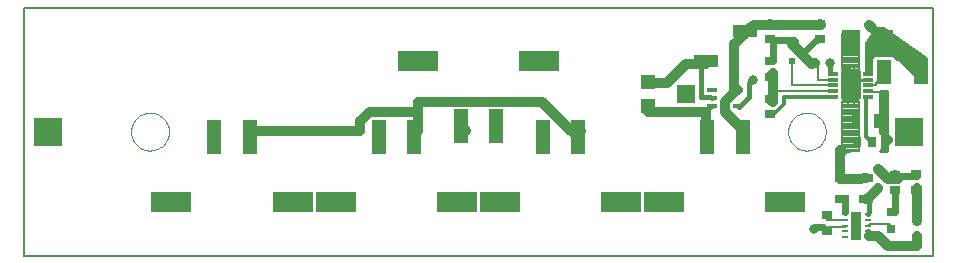
<source format=gtl>
G75*
G70*
%OFA0B0*%
%FSLAX24Y24*%
%IPPOS*%
%LPD*%
%AMOC8*
5,1,8,0,0,1.08239X$1,22.5*
%
%ADD10C,0.0080*%
%ADD11R,0.0315X0.0472*%
%ADD12R,0.0335X0.0117*%
%ADD13R,0.0650X0.0945*%
%ADD14R,0.0110X0.0276*%
%ADD15R,0.0354X0.0276*%
%ADD16R,0.0276X0.0354*%
%ADD17R,0.0630X0.0709*%
%ADD18R,0.0472X0.0787*%
%ADD19R,0.0472X0.0315*%
%ADD20R,0.0315X0.0315*%
%ADD21R,0.0945X0.0945*%
%ADD22C,0.0000*%
%ADD23R,0.1350X0.0650*%
%ADD24R,0.0500X0.1150*%
%ADD25R,0.0197X0.0098*%
%ADD26R,0.0331X0.0945*%
%ADD27R,0.0472X0.0472*%
%ADD28R,0.0591X0.0630*%
%ADD29R,0.0787X0.0394*%
%ADD30R,0.0354X0.0157*%
%ADD31C,0.0120*%
%ADD32C,0.0320*%
%ADD33C,0.0320*%
%ADD34C,0.0240*%
%ADD35C,0.0100*%
%ADD36R,0.0356X0.0356*%
%ADD37C,0.0160*%
%ADD38C,0.0240*%
D10*
X000140Y000149D02*
X000140Y008409D01*
X030439Y008409D01*
X030439Y000149D01*
X000140Y000149D01*
X006487Y004098D02*
X006540Y004149D01*
X007669Y004098D02*
X007740Y004149D01*
X011900Y004149D02*
X011962Y004098D01*
X011980Y004069D01*
X013100Y004149D02*
X013143Y004098D01*
X014700Y004389D02*
X014699Y004460D01*
X015880Y004460D02*
X015900Y004389D01*
X017420Y004069D02*
X017436Y004098D01*
X018540Y004149D02*
X018617Y004098D01*
X018620Y004149D01*
X022860Y004069D02*
X022911Y004098D01*
X022940Y004149D01*
X024060Y004149D02*
X024092Y004098D01*
X024140Y004069D01*
X027402Y004074D02*
X027972Y004074D01*
X027972Y004152D02*
X027402Y004152D01*
X027402Y004231D02*
X027972Y004231D01*
X027972Y004309D02*
X027402Y004309D01*
X027402Y004388D02*
X027972Y004388D01*
X027972Y004466D02*
X027402Y004466D01*
X027402Y004545D02*
X027972Y004545D01*
X027972Y004623D02*
X027402Y004623D01*
X027402Y004702D02*
X027972Y004702D01*
X027972Y004780D02*
X027402Y004780D01*
X027402Y004859D02*
X027972Y004859D01*
X027972Y004937D02*
X027402Y004937D01*
X027402Y005016D02*
X027972Y005016D01*
X027972Y005094D02*
X027402Y005094D01*
X027402Y005173D02*
X027972Y005173D01*
X027972Y005251D02*
X027402Y005251D01*
X027402Y005264D02*
X027439Y005301D01*
X027439Y006338D01*
X027402Y006374D01*
X027402Y007569D01*
X027972Y007569D01*
X027972Y006364D01*
X027946Y006338D01*
X027946Y006088D01*
X027972Y006062D01*
X027972Y005971D01*
X027946Y005944D01*
X027946Y005301D01*
X027972Y005274D01*
X027972Y003619D01*
X027402Y003609D01*
X027402Y005264D01*
X027439Y005330D02*
X027946Y005330D01*
X027946Y005408D02*
X027439Y005408D01*
X027439Y005487D02*
X027946Y005487D01*
X027946Y005565D02*
X027439Y005565D01*
X027439Y005644D02*
X027946Y005644D01*
X027946Y005722D02*
X027439Y005722D01*
X027439Y005801D02*
X027946Y005801D01*
X027946Y005879D02*
X027439Y005879D01*
X027439Y005958D02*
X027960Y005958D01*
X027972Y006036D02*
X027439Y006036D01*
X027439Y006115D02*
X027946Y006115D01*
X027946Y006193D02*
X027439Y006193D01*
X027439Y006272D02*
X027946Y006272D01*
X027959Y006350D02*
X027426Y006350D01*
X027402Y006429D02*
X027972Y006429D01*
X027972Y006507D02*
X027402Y006507D01*
X027402Y006586D02*
X027972Y006586D01*
X027972Y006664D02*
X027402Y006664D01*
X027402Y006743D02*
X027972Y006743D01*
X027972Y006821D02*
X027402Y006821D01*
X027402Y006900D02*
X027972Y006900D01*
X027972Y006978D02*
X027402Y006978D01*
X027402Y007057D02*
X027972Y007057D01*
X027972Y007135D02*
X027402Y007135D01*
X027402Y007214D02*
X027972Y007214D01*
X027972Y007292D02*
X027402Y007292D01*
X027402Y007371D02*
X027972Y007371D01*
X027972Y007449D02*
X027402Y007449D01*
X027402Y007528D02*
X027972Y007528D01*
X028422Y007739D02*
X028435Y007759D01*
X026672Y007364D02*
X026585Y007359D01*
X025020Y007349D02*
X024992Y007364D01*
X024220Y007669D02*
X024165Y007649D01*
X024140Y007589D01*
X024060Y007509D01*
X024940Y007829D02*
X024992Y007875D01*
X025740Y006629D02*
X025740Y005829D01*
X027100Y005829D01*
X027112Y005819D01*
X027100Y005989D02*
X026620Y005989D01*
X026620Y006469D01*
X026515Y006559D01*
X027020Y006229D02*
X027100Y006229D01*
X027112Y006213D01*
X027075Y006239D01*
X027112Y006016D02*
X027100Y005989D01*
X027075Y005999D02*
X027112Y006016D01*
X028273Y005819D02*
X028300Y005829D01*
X028540Y005829D01*
X028540Y005909D01*
X028780Y006149D01*
X028780Y006229D01*
X028793Y006269D01*
X028745Y005623D02*
X028745Y005599D01*
X028700Y005589D02*
X028300Y005589D01*
X028273Y005623D01*
X027112Y005623D02*
X025100Y005623D01*
X025100Y005649D01*
X023980Y005669D02*
X023948Y005655D01*
X027100Y005429D02*
X027112Y005426D01*
X028300Y004069D02*
X028360Y004009D01*
X028380Y003989D01*
X027972Y003995D02*
X027402Y003995D01*
X027402Y003917D02*
X027972Y003917D01*
X027972Y003838D02*
X027402Y003838D01*
X027402Y003760D02*
X027972Y003760D01*
X027972Y003681D02*
X027402Y003681D01*
X029180Y002869D02*
X029179Y002844D01*
X028220Y002069D02*
X028191Y002031D01*
X028140Y002069D01*
X027500Y001589D02*
X027516Y001543D01*
X027020Y001429D02*
X026920Y001484D01*
X026920Y001349D01*
X027500Y001349D01*
X027516Y001346D01*
X027020Y001349D02*
X027020Y001429D01*
X027516Y001149D02*
X027500Y001109D01*
X026940Y001109D01*
X026920Y000972D01*
X028264Y001149D02*
X028300Y001189D01*
X029020Y001189D01*
X029020Y001029D01*
X029040Y001023D01*
X028300Y000789D02*
X028264Y000755D01*
D11*
X028597Y004619D03*
X027888Y004619D03*
D12*
X028273Y005426D03*
X028273Y005623D03*
X028273Y005819D03*
X028273Y006016D03*
X028273Y006213D03*
X027112Y006213D03*
X027112Y006016D03*
X027112Y005819D03*
X027112Y005623D03*
X027112Y005426D03*
D13*
X027692Y005819D03*
D14*
X027594Y006410D03*
X027791Y006410D03*
X027791Y005229D03*
X027594Y005229D03*
D15*
X024992Y005375D03*
X024992Y004864D03*
X024992Y006114D03*
X024992Y006625D03*
X024992Y007364D03*
X024992Y007875D03*
X026672Y007875D03*
X026672Y007364D03*
X029179Y002844D03*
X029882Y002858D03*
X029882Y002346D03*
X029179Y002332D03*
X026920Y001484D03*
X026920Y000972D03*
D16*
X027907Y003939D03*
X028418Y003939D03*
D17*
X028794Y007339D03*
X027691Y007339D03*
D18*
X028793Y006269D03*
X030052Y006269D03*
D19*
X028191Y002740D03*
X027414Y002740D03*
X027414Y002031D03*
X028191Y002031D03*
D20*
X029040Y001614D03*
X029892Y001314D03*
X029040Y001023D03*
X029892Y000724D03*
D21*
X029640Y004279D03*
X000939Y004279D03*
D22*
X003711Y004279D02*
X003713Y004329D01*
X003719Y004379D01*
X003729Y004428D01*
X003743Y004476D01*
X003760Y004523D01*
X003781Y004568D01*
X003806Y004612D01*
X003834Y004653D01*
X003866Y004692D01*
X003900Y004729D01*
X003937Y004763D01*
X003977Y004793D01*
X004019Y004820D01*
X004063Y004844D01*
X004109Y004865D01*
X004156Y004881D01*
X004204Y004894D01*
X004254Y004903D01*
X004303Y004908D01*
X004354Y004909D01*
X004404Y004906D01*
X004453Y004899D01*
X004502Y004888D01*
X004550Y004873D01*
X004596Y004855D01*
X004641Y004833D01*
X004684Y004807D01*
X004725Y004778D01*
X004764Y004746D01*
X004800Y004711D01*
X004832Y004673D01*
X004862Y004633D01*
X004889Y004590D01*
X004912Y004546D01*
X004931Y004500D01*
X004947Y004452D01*
X004959Y004403D01*
X004967Y004354D01*
X004971Y004304D01*
X004971Y004254D01*
X004967Y004204D01*
X004959Y004155D01*
X004947Y004106D01*
X004931Y004058D01*
X004912Y004012D01*
X004889Y003968D01*
X004862Y003925D01*
X004832Y003885D01*
X004800Y003847D01*
X004764Y003812D01*
X004725Y003780D01*
X004684Y003751D01*
X004641Y003725D01*
X004596Y003703D01*
X004550Y003685D01*
X004502Y003670D01*
X004453Y003659D01*
X004404Y003652D01*
X004354Y003649D01*
X004303Y003650D01*
X004254Y003655D01*
X004204Y003664D01*
X004156Y003677D01*
X004109Y003693D01*
X004063Y003714D01*
X004019Y003738D01*
X003977Y003765D01*
X003937Y003795D01*
X003900Y003829D01*
X003866Y003866D01*
X003834Y003905D01*
X003806Y003946D01*
X003781Y003990D01*
X003760Y004035D01*
X003743Y004082D01*
X003729Y004130D01*
X003719Y004179D01*
X003713Y004229D01*
X003711Y004279D01*
X025608Y004279D02*
X025610Y004329D01*
X025616Y004379D01*
X025626Y004428D01*
X025640Y004476D01*
X025657Y004523D01*
X025678Y004568D01*
X025703Y004612D01*
X025731Y004653D01*
X025763Y004692D01*
X025797Y004729D01*
X025834Y004763D01*
X025874Y004793D01*
X025916Y004820D01*
X025960Y004844D01*
X026006Y004865D01*
X026053Y004881D01*
X026101Y004894D01*
X026151Y004903D01*
X026200Y004908D01*
X026251Y004909D01*
X026301Y004906D01*
X026350Y004899D01*
X026399Y004888D01*
X026447Y004873D01*
X026493Y004855D01*
X026538Y004833D01*
X026581Y004807D01*
X026622Y004778D01*
X026661Y004746D01*
X026697Y004711D01*
X026729Y004673D01*
X026759Y004633D01*
X026786Y004590D01*
X026809Y004546D01*
X026828Y004500D01*
X026844Y004452D01*
X026856Y004403D01*
X026864Y004354D01*
X026868Y004304D01*
X026868Y004254D01*
X026864Y004204D01*
X026856Y004155D01*
X026844Y004106D01*
X026828Y004058D01*
X026809Y004012D01*
X026786Y003968D01*
X026759Y003925D01*
X026729Y003885D01*
X026697Y003847D01*
X026661Y003812D01*
X026622Y003780D01*
X026581Y003751D01*
X026538Y003725D01*
X026493Y003703D01*
X026447Y003685D01*
X026399Y003670D01*
X026350Y003659D01*
X026301Y003652D01*
X026251Y003649D01*
X026200Y003650D01*
X026151Y003655D01*
X026101Y003664D01*
X026053Y003677D01*
X026006Y003693D01*
X025960Y003714D01*
X025916Y003738D01*
X025874Y003765D01*
X025834Y003795D01*
X025797Y003829D01*
X025763Y003866D01*
X025731Y003905D01*
X025703Y003946D01*
X025678Y003990D01*
X025657Y004035D01*
X025640Y004082D01*
X025626Y004130D01*
X025616Y004179D01*
X025610Y004229D01*
X025608Y004279D01*
D23*
X017311Y006617D03*
X013268Y006617D03*
X014574Y001940D03*
X016005Y001940D03*
X020048Y001940D03*
X021480Y001940D03*
X025523Y001940D03*
X010531Y001940D03*
X009100Y001940D03*
X005056Y001940D03*
D24*
X006487Y004098D03*
X007669Y004098D03*
X011962Y004098D03*
X013143Y004098D03*
X014699Y004460D03*
X015880Y004460D03*
X017436Y004098D03*
X018617Y004098D03*
X022911Y004098D03*
X024092Y004098D03*
D25*
X027516Y001543D03*
X027516Y001346D03*
X027516Y001149D03*
X027516Y000952D03*
X027516Y000755D03*
X028264Y000755D03*
X028264Y000952D03*
X028264Y001149D03*
X028264Y001346D03*
X028264Y001543D03*
D26*
X027890Y001149D03*
D27*
X020931Y005130D03*
X020931Y005918D03*
D28*
X022211Y005524D03*
D29*
X022865Y006649D03*
X024165Y007649D03*
D30*
X023948Y005655D03*
X023082Y005655D03*
X023082Y005399D03*
X023082Y005143D03*
X023948Y005143D03*
D31*
X024992Y004864D02*
X025100Y004829D01*
X025460Y005189D01*
X025460Y005429D01*
X027020Y005429D01*
X027112Y005426D01*
X028220Y005429D02*
X028273Y005426D01*
X028220Y005429D02*
X028220Y004109D01*
X028340Y003989D01*
X028418Y003939D01*
X028360Y004009D02*
X028340Y003989D01*
D32*
X027582Y005449D03*
X027782Y005879D03*
X027572Y006309D03*
X026995Y006559D03*
X026515Y006559D03*
X024425Y005989D03*
X025795Y007279D03*
X026460Y001029D03*
D33*
X028300Y000789D02*
X028620Y000789D01*
X028940Y000469D01*
X029900Y000469D01*
X029900Y000789D01*
X029892Y000724D01*
X029892Y001314D02*
X029900Y001429D01*
X029900Y002389D01*
X029882Y002346D01*
X029260Y002709D02*
X028940Y002709D01*
X028620Y003029D01*
X029179Y002844D02*
X029260Y002709D01*
X028620Y002389D02*
X028300Y002069D01*
X028191Y002031D01*
X028191Y002740D02*
X027980Y002709D01*
X027340Y002709D01*
X027414Y002740D01*
X027340Y002709D02*
X027340Y003669D01*
X027402Y003609D01*
X028922Y003989D02*
X028940Y003989D01*
X025100Y005269D02*
X024992Y005375D01*
X025100Y005269D02*
X025100Y005649D01*
X025100Y006229D01*
X024992Y006114D01*
X023948Y005655D02*
X023820Y005589D01*
X023820Y007189D01*
X024140Y007509D01*
X024165Y007649D01*
X024460Y007829D01*
X025100Y007829D01*
X024992Y007875D01*
X025100Y007829D02*
X026060Y007829D01*
X026700Y007829D01*
X026672Y007875D01*
X028300Y007829D02*
X028422Y007739D01*
X025795Y007279D02*
X025740Y007189D01*
X026060Y006869D01*
X026380Y006549D01*
X026515Y006559D01*
X023820Y005589D02*
X023500Y005269D01*
X023500Y004949D01*
X024140Y004309D01*
X024092Y004098D01*
X024140Y004309D02*
X024101Y004413D01*
X022920Y004413D02*
X022860Y004309D01*
X022911Y004098D01*
X022860Y004309D02*
X022860Y004949D01*
X020940Y004949D01*
X020931Y005130D01*
X020940Y005909D02*
X020931Y005918D01*
X020940Y005909D02*
X021580Y005909D01*
X022220Y006549D01*
X022700Y006549D01*
X022860Y006549D01*
X022865Y006649D01*
X018380Y004309D02*
X017420Y005269D01*
X013260Y005269D01*
X013260Y004949D01*
X011660Y004949D01*
X011340Y004629D01*
X011340Y004309D01*
X007820Y004309D01*
X007669Y004098D01*
X007820Y004309D02*
X007668Y004417D01*
X006540Y004309D02*
X006487Y004098D01*
X006540Y004309D02*
X006486Y004417D01*
X011967Y004413D02*
X011980Y004309D01*
X011962Y004098D01*
X013143Y004098D02*
X013260Y004309D01*
X013260Y004949D01*
X014699Y004460D02*
X014860Y004309D01*
X014687Y004141D01*
X015820Y004309D02*
X015880Y004460D01*
X015820Y004309D02*
X015868Y004141D01*
X017420Y004309D02*
X017436Y004098D01*
X017420Y004309D02*
X017443Y004417D01*
X018380Y004309D02*
X018617Y004098D01*
X018700Y004309D01*
X018624Y004417D01*
X013260Y004309D02*
X013148Y004413D01*
D34*
X024992Y006625D02*
X025100Y006629D01*
X025100Y007349D01*
X024992Y007364D01*
X025100Y007349D02*
X025820Y007349D01*
X025795Y007279D01*
X026060Y006869D02*
X026540Y007349D01*
X026672Y007364D01*
X029179Y002844D02*
X029180Y002789D01*
X029900Y002789D01*
X029882Y002858D01*
X029179Y002332D02*
X029180Y002309D01*
X029180Y001589D01*
X029040Y001614D01*
X027500Y001589D02*
X027500Y002069D01*
X027414Y002031D01*
X026780Y001109D02*
X026540Y001109D01*
X026460Y001029D01*
X026780Y001109D02*
X026920Y000972D01*
D35*
X028672Y003619D02*
X028672Y003638D01*
X028726Y003692D01*
X028726Y004187D01*
X028672Y004241D01*
X028672Y005619D01*
X028922Y005619D01*
X028922Y003619D01*
X028672Y003619D01*
X028726Y003695D02*
X028922Y003695D01*
X028922Y003793D02*
X028726Y003793D01*
X028726Y003892D02*
X028922Y003892D01*
X028922Y003990D02*
X028726Y003990D01*
X028726Y004089D02*
X028922Y004089D01*
X028922Y004187D02*
X028726Y004187D01*
X028672Y004286D02*
X028922Y004286D01*
X028922Y004384D02*
X028672Y004384D01*
X028672Y004483D02*
X028922Y004483D01*
X028922Y004581D02*
X028672Y004581D01*
X028672Y004680D02*
X028922Y004680D01*
X028922Y004778D02*
X028672Y004778D01*
X028672Y004877D02*
X028922Y004877D01*
X028922Y004975D02*
X028672Y004975D01*
X028672Y005074D02*
X028922Y005074D01*
X028922Y005172D02*
X028672Y005172D01*
X028672Y005271D02*
X028922Y005271D01*
X028922Y005369D02*
X028672Y005369D01*
X028672Y005468D02*
X028922Y005468D01*
X028922Y005566D02*
X028672Y005566D01*
X027782Y005879D02*
X027496Y005623D01*
X027776Y006016D02*
X027672Y006119D01*
X027776Y006016D02*
X028273Y006016D01*
X028207Y006245D02*
X028212Y006259D01*
X028212Y007249D01*
X028422Y007519D01*
X028422Y007739D01*
X028762Y007739D01*
X030222Y006749D01*
X030222Y006199D01*
X029792Y006199D01*
X029292Y006699D01*
X029199Y006699D01*
X029199Y006734D01*
X029099Y006833D01*
X028486Y006833D01*
X028386Y006734D01*
X028386Y006245D01*
X028207Y006245D01*
X028211Y006256D02*
X028386Y006256D01*
X028386Y006354D02*
X028212Y006354D01*
X028212Y006453D02*
X028386Y006453D01*
X028386Y006551D02*
X028212Y006551D01*
X028212Y006650D02*
X028386Y006650D01*
X028401Y006748D02*
X028212Y006748D01*
X028212Y006847D02*
X030079Y006847D01*
X029933Y006945D02*
X028212Y006945D01*
X028212Y007044D02*
X029788Y007044D01*
X029643Y007142D02*
X028212Y007142D01*
X028212Y007241D02*
X029498Y007241D01*
X029352Y007339D02*
X028283Y007339D01*
X028359Y007438D02*
X029207Y007438D01*
X029062Y007536D02*
X028422Y007536D01*
X028422Y007635D02*
X028917Y007635D01*
X028771Y007733D02*
X028422Y007733D01*
X029184Y006748D02*
X030222Y006748D01*
X030222Y006650D02*
X029342Y006650D01*
X029440Y006551D02*
X030222Y006551D01*
X030222Y006453D02*
X029539Y006453D01*
X029637Y006354D02*
X030222Y006354D01*
X030222Y006256D02*
X029736Y006256D01*
D36*
X024101Y004413D03*
X022920Y004413D03*
X018624Y004417D03*
X017443Y004417D03*
X015868Y004141D03*
X014687Y004141D03*
X013148Y004413D03*
X011967Y004413D03*
X007668Y004417D03*
X006486Y004417D03*
X012916Y006617D03*
X017648Y006617D03*
X015664Y001940D03*
X014920Y001936D03*
X010187Y001936D03*
X009439Y001940D03*
X004707Y001940D03*
X020396Y001940D03*
X021140Y001936D03*
X025872Y001936D03*
D37*
X028191Y002031D02*
X028300Y001909D01*
X028300Y001589D01*
X028264Y001543D01*
X028264Y000952D02*
X028300Y000949D01*
X028300Y000789D01*
X023020Y005109D02*
X022860Y004949D01*
X023020Y005109D02*
X023082Y005143D01*
X023082Y005399D02*
X023020Y005429D01*
X022700Y005429D01*
X022700Y006549D01*
X022865Y006649D01*
X024300Y005909D02*
X024425Y005989D01*
X024300Y005909D02*
X024300Y005429D01*
X023980Y005109D01*
X023948Y005143D01*
X027020Y006229D02*
X027020Y006549D01*
X026995Y006559D01*
D38*
X025740Y006629D03*
X026060Y007829D03*
X028300Y007829D03*
X028940Y003989D03*
X028620Y003029D03*
X028620Y002389D03*
M02*

</source>
